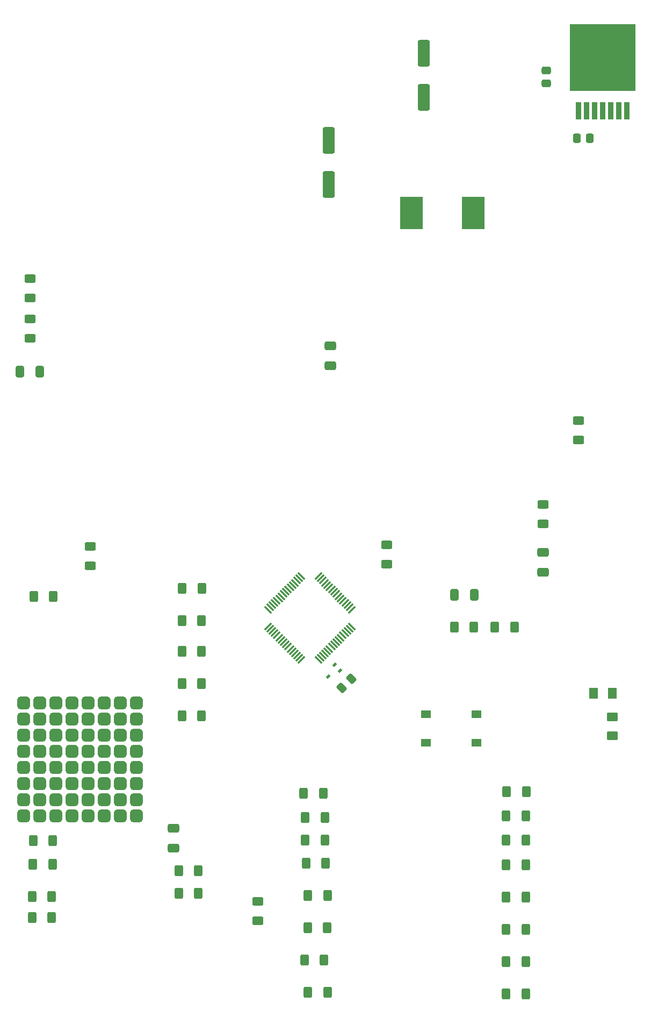
<source format=gtp>
G04 #@! TF.GenerationSoftware,KiCad,Pcbnew,7.0.7*
G04 #@! TF.CreationDate,2023-10-20T13:35:02-04:00*
G04 #@! TF.ProjectId,Schematic,53636865-6d61-4746-9963-2e6b69636164,rev?*
G04 #@! TF.SameCoordinates,Original*
G04 #@! TF.FileFunction,Paste,Top*
G04 #@! TF.FilePolarity,Positive*
%FSLAX46Y46*%
G04 Gerber Fmt 4.6, Leading zero omitted, Abs format (unit mm)*
G04 Created by KiCad (PCBNEW 7.0.7) date 2023-10-20 13:35:02*
%MOMM*%
%LPD*%
G01*
G04 APERTURE LIST*
G04 Aperture macros list*
%AMRoundRect*
0 Rectangle with rounded corners*
0 $1 Rounding radius*
0 $2 $3 $4 $5 $6 $7 $8 $9 X,Y pos of 4 corners*
0 Add a 4 corners polygon primitive as box body*
4,1,4,$2,$3,$4,$5,$6,$7,$8,$9,$2,$3,0*
0 Add four circle primitives for the rounded corners*
1,1,$1+$1,$2,$3*
1,1,$1+$1,$4,$5*
1,1,$1+$1,$6,$7*
1,1,$1+$1,$8,$9*
0 Add four rect primitives between the rounded corners*
20,1,$1+$1,$2,$3,$4,$5,0*
20,1,$1+$1,$4,$5,$6,$7,0*
20,1,$1+$1,$6,$7,$8,$9,0*
20,1,$1+$1,$8,$9,$2,$3,0*%
%AMRotRect*
0 Rectangle, with rotation*
0 The origin of the aperture is its center*
0 $1 length*
0 $2 width*
0 $3 Rotation angle, in degrees counterclockwise*
0 Add horizontal line*
21,1,$1,$2,0,0,$3*%
G04 Aperture macros list end*
%ADD10RoundRect,0.250000X-0.400000X-0.625000X0.400000X-0.625000X0.400000X0.625000X-0.400000X0.625000X0*%
%ADD11RoundRect,0.250000X-0.650000X0.412500X-0.650000X-0.412500X0.650000X-0.412500X0.650000X0.412500X0*%
%ADD12RotRect,0.450000X0.700000X135.000000*%
%ADD13RoundRect,0.250000X0.337500X0.475000X-0.337500X0.475000X-0.337500X-0.475000X0.337500X-0.475000X0*%
%ADD14RoundRect,0.250000X-0.097227X0.574524X-0.574524X0.097227X0.097227X-0.574524X0.574524X-0.097227X0*%
%ADD15R,3.650000X5.100000*%
%ADD16RoundRect,0.250000X0.625000X-0.400000X0.625000X0.400000X-0.625000X0.400000X-0.625000X-0.400000X0*%
%ADD17RoundRect,0.250000X0.400000X0.625000X-0.400000X0.625000X-0.400000X-0.625000X0.400000X-0.625000X0*%
%ADD18R,0.863600X2.692400*%
%ADD19R,10.414000X10.464800*%
%ADD20RoundRect,0.250000X0.700000X-1.825000X0.700000X1.825000X-0.700000X1.825000X-0.700000X-1.825000X0*%
%ADD21RotRect,0.279400X1.473200X225.000000*%
%ADD22RotRect,0.279400X1.473200X135.000000*%
%ADD23RoundRect,0.250001X-0.624999X0.462499X-0.624999X-0.462499X0.624999X-0.462499X0.624999X0.462499X0*%
%ADD24R,1.550000X1.300000*%
%ADD25RoundRect,0.500000X0.500000X0.500000X-0.500000X0.500000X-0.500000X-0.500000X0.500000X-0.500000X0*%
%ADD26RoundRect,0.250000X0.412500X0.650000X-0.412500X0.650000X-0.412500X-0.650000X0.412500X-0.650000X0*%
%ADD27RoundRect,0.250001X-0.462499X-0.624999X0.462499X-0.624999X0.462499X0.624999X-0.462499X0.624999X0*%
%ADD28RoundRect,0.250000X-0.625000X0.400000X-0.625000X-0.400000X0.625000X-0.400000X0.625000X0.400000X0*%
%ADD29RoundRect,0.250000X0.475000X-0.337500X0.475000X0.337500X-0.475000X0.337500X-0.475000X-0.337500X0*%
G04 APERTURE END LIST*
D10*
X85064000Y-167894000D03*
X88164000Y-167894000D03*
D11*
X122555000Y-122643500D03*
X122555000Y-125768500D03*
D10*
X116713000Y-167894000D03*
X119813000Y-167894000D03*
D12*
X90574726Y-141230513D03*
X89655487Y-140311274D03*
X88700893Y-142185107D03*
D13*
X129942500Y-57404000D03*
X127867500Y-57404000D03*
D14*
X92300623Y-142522377D03*
X90833377Y-143989623D03*
D15*
X111530000Y-69215000D03*
X101830000Y-69215000D03*
D16*
X51181000Y-124740000D03*
X51181000Y-121640000D03*
D17*
X68733000Y-138176000D03*
X65633000Y-138176000D03*
D18*
X128143000Y-53136800D03*
X129413000Y-53136800D03*
X130683000Y-53136800D03*
X131953000Y-53136800D03*
X133223000Y-53136800D03*
X134493000Y-53136800D03*
X135763000Y-53136800D03*
D19*
X131953000Y-44704000D03*
D11*
X89027000Y-90131500D03*
X89027000Y-93256500D03*
D16*
X77597000Y-180620000D03*
X77597000Y-177520000D03*
D17*
X45365000Y-129540000D03*
X42265000Y-129540000D03*
D10*
X85191000Y-171577000D03*
X88291000Y-171577000D03*
D17*
X68759000Y-128270000D03*
X65659000Y-128270000D03*
D10*
X116814000Y-160274000D03*
X119914000Y-160274000D03*
X42011000Y-176796000D03*
X45111000Y-176796000D03*
X85445000Y-181737000D03*
X88545000Y-181737000D03*
X42112000Y-171704000D03*
X45212000Y-171704000D03*
X85471000Y-191897000D03*
X88571000Y-191897000D03*
X84784000Y-160528000D03*
X87884000Y-160528000D03*
X85471000Y-176657000D03*
X88571000Y-176657000D03*
X116713000Y-181991000D03*
X119813000Y-181991000D03*
X85064000Y-164338000D03*
X88164000Y-164338000D03*
D17*
X68733000Y-143256000D03*
X65633000Y-143256000D03*
D10*
X116713000Y-171831000D03*
X119813000Y-171831000D03*
D20*
X88773000Y-64689000D03*
X88773000Y-57739000D03*
D17*
X68733000Y-133350000D03*
X65633000Y-133350000D03*
D21*
X87115019Y-139579982D03*
X87468571Y-139226429D03*
X87822126Y-138872875D03*
X88175678Y-138519322D03*
X88529233Y-138165767D03*
X88882786Y-137812215D03*
X89236338Y-137458662D03*
X89589893Y-137105108D03*
X89943446Y-136751555D03*
X90297000Y-136398000D03*
X90650553Y-136044448D03*
X91004105Y-135690895D03*
X91357660Y-135337340D03*
X91711213Y-134983788D03*
X92064767Y-134630233D03*
X92418320Y-134276681D03*
D22*
X92418320Y-131641435D03*
X92064767Y-131287883D03*
X91711213Y-130934328D03*
X91357660Y-130580776D03*
X91004105Y-130227221D03*
X90650553Y-129873668D03*
X90297000Y-129520116D03*
X89943446Y-129166561D03*
X89589893Y-128813008D03*
X89236338Y-128459454D03*
X88882786Y-128105901D03*
X88529233Y-127752349D03*
X88175678Y-127398794D03*
X87822126Y-127045241D03*
X87468571Y-126691687D03*
X87115019Y-126338134D03*
D21*
X84479773Y-126338134D03*
X84126221Y-126691687D03*
X83772666Y-127045241D03*
X83419114Y-127398794D03*
X83065559Y-127752349D03*
X82712006Y-128105901D03*
X82358454Y-128459454D03*
X82004899Y-128813008D03*
X81651346Y-129166561D03*
X81297792Y-129520116D03*
X80944239Y-129873668D03*
X80590687Y-130227221D03*
X80237132Y-130580776D03*
X79883579Y-130934328D03*
X79530025Y-131287883D03*
X79176472Y-131641435D03*
D22*
X79176472Y-134276681D03*
X79530025Y-134630233D03*
X79883579Y-134983788D03*
X80237132Y-135337340D03*
X80590687Y-135690895D03*
X80944239Y-136044448D03*
X81297792Y-136398000D03*
X81651346Y-136751555D03*
X82004899Y-137105108D03*
X82358454Y-137458662D03*
X82712006Y-137812215D03*
X83065559Y-138165767D03*
X83419114Y-138519322D03*
X83772666Y-138872875D03*
X84126221Y-139226429D03*
X84479773Y-139579982D03*
D10*
X116713000Y-187071000D03*
X119813000Y-187071000D03*
D20*
X103759000Y-50973000D03*
X103759000Y-44023000D03*
D10*
X42164000Y-168021000D03*
X45264000Y-168021000D03*
D23*
X133477000Y-148536000D03*
X133477000Y-151511000D03*
D24*
X112014000Y-152582000D03*
X104054000Y-152582000D03*
X112014000Y-148082000D03*
X104054000Y-148082000D03*
D17*
X68225000Y-176276000D03*
X65125000Y-176276000D03*
D11*
X64262000Y-166077500D03*
X64262000Y-169202500D03*
D10*
X42011000Y-180086000D03*
X45111000Y-180086000D03*
D17*
X118035000Y-134366000D03*
X114935000Y-134366000D03*
D10*
X116713000Y-176911000D03*
X119813000Y-176911000D03*
D25*
X40640000Y-146304000D03*
X43180000Y-146304000D03*
X45720000Y-146304000D03*
X48260000Y-146304000D03*
X50800000Y-146304000D03*
X53340000Y-146304000D03*
X55880000Y-146304000D03*
X58420000Y-146304000D03*
X40640000Y-148844000D03*
X43180000Y-148844000D03*
X45720000Y-148844000D03*
X48260000Y-148844000D03*
X50800000Y-148844000D03*
X53340000Y-148844000D03*
X55880000Y-148844000D03*
X58420000Y-148844000D03*
X40640000Y-151384000D03*
X43180000Y-151384000D03*
X45720000Y-151384000D03*
X48260000Y-151384000D03*
X50800000Y-151384000D03*
X53340000Y-151384000D03*
X55880000Y-151384000D03*
X58420000Y-151384000D03*
X40640000Y-153924000D03*
X43180000Y-153924000D03*
X45720000Y-153924000D03*
X48260000Y-153924000D03*
X50800000Y-153924000D03*
X53340000Y-153924000D03*
X55880000Y-153924000D03*
X58420000Y-153924000D03*
X40640000Y-156464000D03*
X43180000Y-156464000D03*
X45720000Y-156464000D03*
X48260000Y-156464000D03*
X50800000Y-156464000D03*
X53340000Y-156464000D03*
X55880000Y-156464000D03*
X58420000Y-156464000D03*
X40640000Y-159004000D03*
X43180000Y-159004000D03*
X45720000Y-159004000D03*
X48260000Y-159004000D03*
X50800000Y-159004000D03*
X53340000Y-159004000D03*
X55880000Y-159004000D03*
X58420000Y-159004000D03*
X40640000Y-161544000D03*
X43180000Y-161544000D03*
X45720000Y-161544000D03*
X48260000Y-161544000D03*
X50800000Y-161544000D03*
X53340000Y-161544000D03*
X55880000Y-161544000D03*
X58420000Y-161544000D03*
X40640000Y-164084000D03*
X43180000Y-164084000D03*
X45720000Y-164084000D03*
X48260000Y-164084000D03*
X50800000Y-164084000D03*
X53340000Y-164084000D03*
X55880000Y-164084000D03*
X58420000Y-164084000D03*
D16*
X41656000Y-82602000D03*
X41656000Y-79502000D03*
D26*
X43180000Y-94133000D03*
X40055000Y-94133000D03*
D16*
X41656000Y-88952000D03*
X41656000Y-85852000D03*
D10*
X116713000Y-192151000D03*
X119813000Y-192151000D03*
D26*
X111671500Y-129286000D03*
X108546500Y-129286000D03*
D17*
X68733000Y-148336000D03*
X65633000Y-148336000D03*
D16*
X97917000Y-124486000D03*
X97917000Y-121386000D03*
D10*
X116713000Y-164084000D03*
X119813000Y-164084000D03*
D27*
X130502000Y-144780000D03*
X133477000Y-144780000D03*
D28*
X128143000Y-101828000D03*
X128143000Y-104928000D03*
D17*
X68225000Y-172732000D03*
X65125000Y-172732000D03*
D29*
X123063000Y-48789500D03*
X123063000Y-46714500D03*
D10*
X108559000Y-134366000D03*
X111659000Y-134366000D03*
D28*
X122555000Y-115036000D03*
X122555000Y-118136000D03*
D17*
X88037000Y-186817000D03*
X84937000Y-186817000D03*
M02*

</source>
